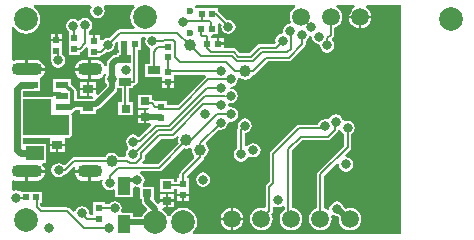
<source format=gbl>
G04 Layer_Physical_Order=4*
G04 Layer_Color=16711680*
%FSLAX44Y44*%
%MOMM*%
G71*
G01*
G75*
%ADD10R,0.6000X0.6000*%
%ADD11R,0.8000X0.7000*%
%ADD20R,0.6000X0.6000*%
%ADD26R,0.9000X0.8000*%
%ADD43C,0.2000*%
%ADD46C,0.3000*%
%ADD49C,2.0000*%
%ADD50C,0.6000*%
%ADD51O,2.5989X1.1000*%
%ADD52O,2.1000X1.1000*%
%ADD53O,2.0989X1.1000*%
%ADD54C,0.8000*%
%ADD56R,1.5500X1.1500*%
%ADD57R,1.1000X0.6000*%
%ADD58R,1.1000X1.5000*%
%ADD59R,1.0000X0.6500*%
%ADD60C,1.5000*%
%ADD61C,1.0000*%
%ADD62C,0.5000*%
%ADD63C,0.6000*%
G36*
X144709Y85853D02*
X144180Y84577D01*
X143940Y82750D01*
X144180Y80923D01*
X144375Y80451D01*
X126733Y62809D01*
X114106D01*
X113455Y64379D01*
X115163Y66087D01*
X115826Y67080D01*
X116059Y68250D01*
X116059Y68250D01*
Y70733D01*
X129517Y84191D01*
X139375D01*
X139375Y84191D01*
X140546Y84424D01*
X141538Y85087D01*
X143267Y86816D01*
X144709Y85853D01*
D02*
G37*
G36*
X243399Y195663D02*
X243385Y195491D01*
X241474Y194025D01*
X239952Y192041D01*
X238995Y189730D01*
X238668Y187250D01*
X238995Y184770D01*
X239635Y183225D01*
X239419Y182680D01*
X238685Y181607D01*
X238574Y181533D01*
X236659Y181152D01*
X234674Y179826D01*
X233348Y177841D01*
X232882Y175500D01*
X232998Y174920D01*
X231800Y173253D01*
X230222Y172939D01*
X228237Y171613D01*
X226911Y169629D01*
X226445Y167287D01*
X226742Y165793D01*
X225258Y164309D01*
X213174D01*
X213174Y164309D01*
X212003Y164076D01*
X211011Y163413D01*
X211011Y163413D01*
X204444Y156846D01*
X196387D01*
X193182Y160051D01*
X192190Y160714D01*
X191019Y160946D01*
X191019Y160946D01*
X182750D01*
Y163742D01*
X177750D01*
Y164742D01*
X176750D01*
Y169742D01*
X172249D01*
X172038Y171442D01*
X173295Y172494D01*
X177755D01*
Y181515D01*
X179455Y182219D01*
X180807Y180868D01*
X180443Y179038D01*
X180909Y176697D01*
X182235Y174712D01*
X184219Y173386D01*
X186560Y172920D01*
X188901Y173386D01*
X190886Y174712D01*
X192212Y176697D01*
X192678Y179038D01*
X192212Y181379D01*
X190886Y183364D01*
X188901Y184690D01*
X186560Y185156D01*
X185401Y184925D01*
X178666Y191660D01*
X178000Y192105D01*
Y194497D01*
X159832D01*
X159136Y194824D01*
X158498Y195612D01*
X158913Y197191D01*
X242800D01*
X243399Y195663D01*
D02*
G37*
G36*
X116581Y169288D02*
X116578Y168991D01*
X116132Y166750D01*
X116598Y164409D01*
X117924Y162424D01*
X119799Y161171D01*
X119915Y161080D01*
X120476Y159252D01*
X120415Y159161D01*
X120182Y157991D01*
X120182Y157991D01*
Y147252D01*
X116241D01*
Y136752D01*
X130241D01*
X130743Y135260D01*
Y133000D01*
X140743D01*
Y138477D01*
X167148D01*
X167663Y136777D01*
X167492Y136663D01*
X143638Y112809D01*
X134753D01*
Y116000D01*
X124753D01*
X123319Y116643D01*
X122670Y117076D01*
X122000Y117209D01*
Y121500D01*
X110000D01*
Y110500D01*
X119509D01*
X119710Y110200D01*
X118801Y108500D01*
X117000D01*
Y103000D01*
Y97500D01*
X120456D01*
X121160Y95800D01*
X111297Y85936D01*
X110374Y86027D01*
X108390Y87353D01*
X106049Y87819D01*
X103708Y87353D01*
X101723Y86027D01*
X100397Y84043D01*
X99931Y81701D01*
X100397Y79360D01*
X101723Y77376D01*
Y76020D01*
X101481Y75858D01*
X100154Y73874D01*
X99689Y71533D01*
X99893Y70509D01*
X98521Y68809D01*
X93651D01*
X92743Y69992D01*
X91280Y71115D01*
X89577Y71820D01*
X87750Y72060D01*
X85923Y71820D01*
X84220Y71115D01*
X82758Y69992D01*
X81849Y68809D01*
X56250D01*
X55079Y68576D01*
X54087Y67913D01*
X54087Y67913D01*
X47917Y61743D01*
X47075Y61826D01*
X45091Y63152D01*
X42750Y63618D01*
X40409Y63152D01*
X38424Y61826D01*
X37098Y59841D01*
X36632Y57500D01*
X37098Y55159D01*
X38424Y53175D01*
X40409Y51849D01*
X42750Y51383D01*
X45091Y51849D01*
X47075Y53175D01*
X47922Y54442D01*
X48000D01*
X48000Y54441D01*
X49171Y54674D01*
X50163Y55338D01*
X55666Y60840D01*
X57107Y59877D01*
X56602Y58657D01*
X56491Y57818D01*
X69390D01*
Y56568D01*
X70640D01*
Y48499D01*
X74384D01*
X76473Y48774D01*
X78419Y49580D01*
X78921Y49965D01*
X79856Y49392D01*
X80308Y48886D01*
X79882Y46750D01*
X80348Y44409D01*
X81674Y42424D01*
X83659Y41098D01*
X86000Y40632D01*
X88341Y41098D01*
X89045Y41568D01*
X90745Y40660D01*
Y34500D01*
X105745D01*
Y42905D01*
X107445Y43791D01*
X109500Y43382D01*
X110298Y43541D01*
X111998Y42146D01*
Y32750D01*
X113410D01*
Y31502D01*
X113759Y29746D01*
X114754Y28258D01*
X117624Y25387D01*
X117417Y23191D01*
X115941Y22058D01*
X114018Y19552D01*
X113412Y18088D01*
X105745D01*
Y21500D01*
X96814D01*
X95970Y23200D01*
X96381Y25264D01*
X95915Y27605D01*
X94589Y29589D01*
X92605Y30916D01*
X90264Y31381D01*
X87922Y30916D01*
X85938Y29589D01*
X85249Y28559D01*
X82000D01*
Y30500D01*
X72000D01*
Y19559D01*
X69997D01*
X68919Y20873D01*
X68931Y20936D01*
X68466Y23277D01*
X67140Y25262D01*
X65155Y26588D01*
X62814Y27054D01*
X60473Y26588D01*
X58488Y25262D01*
X57162Y23277D01*
X57044Y22686D01*
X55200Y22126D01*
X52163Y25163D01*
X51171Y25826D01*
X50000Y26059D01*
X50000Y26059D01*
X29017D01*
X27309Y27767D01*
Y29500D01*
X29000D01*
Y39500D01*
X11437D01*
X9865Y39552D01*
X9341Y39902D01*
X8533Y40063D01*
X8533Y40063D01*
X8279Y40113D01*
X7000Y40367D01*
X5009Y39971D01*
X3309Y40889D01*
Y48302D01*
X5009Y49267D01*
X6198Y48774D01*
X8286Y48499D01*
X14531D01*
Y56568D01*
X15781D01*
Y57818D01*
X31180D01*
X31069Y58657D01*
X30263Y60603D01*
X28981Y62274D01*
X28980Y62275D01*
X29557Y63975D01*
X32495D01*
Y79475D01*
X12995D01*
X12873Y81124D01*
Y85211D01*
X33645D01*
X35248Y84975D01*
X35248Y83511D01*
Y79975D01*
X41747D01*
X48248D01*
X48248Y84975D01*
X49850Y85211D01*
X51750D01*
X52530Y85366D01*
X53192Y85808D01*
X53634Y86470D01*
X53789Y87250D01*
Y104250D01*
X53639Y105037D01*
X54737Y106439D01*
X54983Y106488D01*
X56472Y107483D01*
X56984Y108250D01*
X57600Y108662D01*
X61261D01*
Y105250D01*
X74261D01*
Y108662D01*
X74500D01*
X76255Y109011D01*
X77744Y110005D01*
X91249Y123510D01*
X92243Y124999D01*
X92592Y126754D01*
Y127252D01*
X96182D01*
Y115000D01*
X93500D01*
Y104000D01*
X105500D01*
Y115000D01*
X102299D01*
Y127252D01*
X106241D01*
Y127840D01*
X106252Y129444D01*
X107423Y129677D01*
X108415Y130339D01*
X109163Y131087D01*
X109826Y132079D01*
X110059Y133250D01*
Y159505D01*
X112500D01*
Y169505D01*
X113709Y170691D01*
X115709D01*
X116581Y169288D01*
D02*
G37*
G36*
X332750Y3309D02*
X157325D01*
X156953Y4404D01*
X156860Y5009D01*
X158732Y7448D01*
X159941Y10367D01*
X160354Y13500D01*
X159941Y16633D01*
X158732Y19552D01*
X156809Y22058D01*
X154302Y23982D01*
X151383Y25191D01*
X148250Y25604D01*
X145117Y25191D01*
X142198Y23982D01*
X139691Y22058D01*
X137768Y19552D01*
X137295Y18410D01*
X135455D01*
X134982Y19552D01*
X133059Y22058D01*
X130552Y23982D01*
X130477Y24013D01*
X130343Y24550D01*
X131669Y26250D01*
X133498D01*
Y30750D01*
X128498D01*
Y29895D01*
X126798Y29191D01*
X124677Y31312D01*
X123998Y32750D01*
X123998D01*
X123998Y32750D01*
Y43750D01*
X114754D01*
X114321Y44413D01*
X114010Y45450D01*
X115152Y47159D01*
X115618Y49500D01*
X115152Y51841D01*
X113826Y53826D01*
X112081Y54991D01*
X112123Y55981D01*
X112364Y56691D01*
X128000D01*
X128000Y56691D01*
X129171Y56924D01*
X130163Y57587D01*
X148701Y76125D01*
X149173Y75930D01*
X151000Y75690D01*
X152827Y75930D01*
X154174Y76488D01*
X155221Y75951D01*
X155749Y75428D01*
X155646Y74643D01*
X155886Y72815D01*
X156592Y71112D01*
X157713Y69650D01*
X157819Y68044D01*
X146087Y56312D01*
X145424Y55320D01*
X145191Y54149D01*
X145191Y54149D01*
Y50750D01*
X143250D01*
Y47809D01*
X140498D01*
Y50250D01*
X128498D01*
Y39250D01*
X140498D01*
Y41691D01*
X143250D01*
Y37750D01*
X153250D01*
Y40750D01*
Y50750D01*
X151309D01*
Y52882D01*
X164869Y66442D01*
X164869Y66442D01*
X165532Y67435D01*
X165706Y68309D01*
X166236Y68528D01*
X167698Y69650D01*
X168820Y71112D01*
X169526Y72815D01*
X169766Y74643D01*
X169526Y76470D01*
X168820Y78173D01*
X167698Y79635D01*
X167593Y81241D01*
X178357Y92005D01*
X180060Y91666D01*
X182401Y92132D01*
X184386Y93458D01*
X185712Y95443D01*
X186140Y97597D01*
X186181Y97787D01*
X187691Y98890D01*
X188810Y98667D01*
X191152Y99132D01*
X193136Y100459D01*
X194462Y102443D01*
X194928Y104784D01*
X194462Y107126D01*
X193136Y109110D01*
X191152Y110436D01*
X188810Y110902D01*
X187805Y110702D01*
X186467Y111872D01*
X186511Y113404D01*
X187790Y114524D01*
X188500Y114382D01*
X190841Y114848D01*
X192826Y116174D01*
X194152Y118159D01*
X194618Y120500D01*
X194152Y122841D01*
X192826Y124826D01*
X190841Y126152D01*
X188500Y126618D01*
X187883Y127467D01*
X188642Y128383D01*
X190984Y128848D01*
X192968Y130174D01*
X194294Y132159D01*
X194760Y134500D01*
X194601Y135298D01*
X195600Y135979D01*
X196168Y136134D01*
X197470Y135136D01*
X199173Y134430D01*
X201000Y134190D01*
X202827Y134430D01*
X204530Y135136D01*
X205993Y136258D01*
X207115Y137720D01*
X207331Y138242D01*
X208247Y138424D01*
X209240Y139087D01*
X219844Y149691D01*
X237750D01*
X237750Y149691D01*
X238920Y149924D01*
X239913Y150587D01*
X251163Y161837D01*
X251826Y162829D01*
X252059Y164000D01*
X252059Y164000D01*
Y167185D01*
X253326Y168032D01*
X254652Y170017D01*
X254903Y171278D01*
X255566Y171446D01*
X256048Y171188D01*
X257215Y170190D01*
X257598Y168267D01*
X258924Y166282D01*
X260909Y164956D01*
X262669Y164606D01*
X263843Y163518D01*
X264193Y162945D01*
X264598Y160909D01*
X265924Y158924D01*
X267909Y157598D01*
X270250Y157133D01*
X272591Y157598D01*
X274576Y158924D01*
X275902Y160909D01*
X276367Y163250D01*
X275902Y165591D01*
X274576Y167576D01*
X274410Y169258D01*
X275413Y170261D01*
X276076Y171254D01*
X276309Y172424D01*
X276309Y172424D01*
Y178234D01*
X278041Y178952D01*
X280025Y180474D01*
X281548Y182459D01*
X282505Y184770D01*
X282832Y187250D01*
X282505Y189730D01*
X281548Y192041D01*
X280025Y194025D01*
X278115Y195491D01*
X278101Y195663D01*
X278700Y197191D01*
X292799D01*
X293399Y195663D01*
X293385Y195491D01*
X291474Y194025D01*
X289952Y192041D01*
X288995Y189730D01*
X288800Y188250D01*
X307700D01*
X307505Y189730D01*
X306548Y192041D01*
X305025Y194025D01*
X303115Y195491D01*
X303101Y195663D01*
X303700Y197191D01*
X332750D01*
Y3309D01*
D02*
G37*
G36*
X107015Y196096D02*
X107108Y195491D01*
X105236Y193052D01*
X104027Y190133D01*
X103615Y187000D01*
X104027Y183867D01*
X105236Y180948D01*
X107108Y178509D01*
X107015Y177904D01*
X106643Y176809D01*
X94495D01*
X93324Y176576D01*
X92332Y175913D01*
X85992Y169573D01*
X84497Y169870D01*
X82156Y169405D01*
X80172Y168078D01*
X79700Y167372D01*
X78000Y167888D01*
Y172000D01*
X74000D01*
Y167000D01*
X72000D01*
Y172000D01*
X68312D01*
Y175336D01*
X69579Y176183D01*
X70905Y178168D01*
X71371Y180509D01*
X70905Y182850D01*
X69579Y184835D01*
X67594Y186161D01*
X65253Y186626D01*
X62912Y186161D01*
X61056Y184920D01*
X59576Y184076D01*
X57591Y185402D01*
X55250Y185868D01*
X52909Y185402D01*
X50924Y184076D01*
X49598Y182091D01*
X49132Y179750D01*
X49598Y177409D01*
X50580Y175939D01*
X51216Y174503D01*
Y164503D01*
Y155502D01*
X61216D01*
Y157536D01*
X61923Y157676D01*
X62915Y158339D01*
X66300Y161724D01*
X68000Y161020D01*
Y153000D01*
X78000D01*
Y153550D01*
X78745Y154941D01*
X79915Y155174D01*
X80908Y155837D01*
X83003Y157932D01*
X84497Y157635D01*
X86839Y158101D01*
X88823Y159427D01*
X90149Y161411D01*
X90615Y163753D01*
X90318Y165247D01*
X91930Y166859D01*
X93500Y166208D01*
Y159505D01*
X93912D01*
Y156752D01*
X92241D01*
Y155341D01*
X91502D01*
X89747Y154991D01*
X88258Y153997D01*
X85006Y150744D01*
X84011Y149256D01*
X83662Y147500D01*
Y145916D01*
X81962Y145577D01*
X81376Y146993D01*
X80093Y148664D01*
X78422Y149946D01*
X76476Y150753D01*
X74387Y151028D01*
X70637D01*
Y142958D01*
Y134889D01*
X74387D01*
X76476Y135164D01*
X78422Y135971D01*
X80093Y137253D01*
X81376Y138924D01*
X81410Y139006D01*
X83201Y138888D01*
X83348Y138338D01*
X82352Y136848D01*
X81887Y134507D01*
X82352Y132165D01*
X83416Y130574D01*
Y128655D01*
X75961Y121199D01*
X74261Y121903D01*
Y125250D01*
X68761D01*
Y120250D01*
X71487D01*
X72337Y118550D01*
X71802Y117838D01*
X58076D01*
Y124470D01*
X57804Y125836D01*
X57031Y126993D01*
X55273Y128751D01*
X54116Y129524D01*
X53668Y129613D01*
X53507Y129774D01*
Y134727D01*
X38507D01*
Y124727D01*
Y120442D01*
X37353Y119615D01*
X36807Y119428D01*
X36250Y119539D01*
X12873D01*
Y124376D01*
X13126Y124629D01*
X20007D01*
X20500Y124727D01*
X27507D01*
Y134727D01*
X27507Y134727D01*
X27766Y136320D01*
X28981Y137253D01*
X30263Y138924D01*
X31069Y140870D01*
X31180Y141709D01*
X15781D01*
Y142958D01*
X14531D01*
Y151028D01*
X8286D01*
X6198Y150753D01*
X5009Y150260D01*
X3309Y151224D01*
Y178436D01*
X3718Y178650D01*
X5009Y178884D01*
X6691Y176691D01*
X9198Y174768D01*
X12117Y173559D01*
X15250Y173146D01*
X18383Y173559D01*
X21302Y174768D01*
X23809Y176691D01*
X25732Y179198D01*
X26941Y182117D01*
X27353Y185250D01*
X26941Y188383D01*
X25732Y191302D01*
X23809Y193808D01*
X21616Y195491D01*
X21849Y196781D01*
X22064Y197191D01*
X69820D01*
X70729Y195491D01*
X70153Y194630D01*
X69687Y192289D01*
X70153Y189947D01*
X71479Y187963D01*
X73464Y186637D01*
X75805Y186171D01*
X78146Y186637D01*
X80131Y187963D01*
X81457Y189947D01*
X81923Y192289D01*
X81457Y194630D01*
X80881Y195491D01*
X81790Y197191D01*
X106643D01*
X107015Y196096D01*
D02*
G37*
G36*
X36250Y104250D02*
X51750D01*
Y87250D01*
X12873D01*
Y117500D01*
X36250D01*
Y104250D01*
D02*
G37*
%LPC*%
G36*
X182750Y169742D02*
X178750D01*
Y165742D01*
X182750D01*
Y169742D01*
D02*
G37*
G36*
X68140Y55318D02*
X56491D01*
X56602Y54480D01*
X57408Y52533D01*
X58690Y50862D01*
X60361Y49580D01*
X62307Y48774D01*
X64396Y48499D01*
X68140D01*
Y55318D01*
D02*
G37*
G36*
X31180Y55318D02*
X17031D01*
Y48499D01*
X23275D01*
X25364Y48774D01*
X27310Y49580D01*
X28981Y50862D01*
X30263Y52533D01*
X31069Y54480D01*
X31180Y55318D01*
D02*
G37*
G36*
X48248Y77975D02*
X42748D01*
Y72975D01*
X48248D01*
Y77975D01*
D02*
G37*
G36*
X40747D02*
X35248D01*
Y72975D01*
X40747D01*
Y77975D01*
D02*
G37*
G36*
X115000Y108500D02*
X110000D01*
Y104000D01*
X115000D01*
Y108500D01*
D02*
G37*
G36*
Y102000D02*
X110000D01*
Y97500D01*
X115000D01*
Y102000D01*
D02*
G37*
G36*
X134743Y131000D02*
X130743D01*
Y127000D01*
X134743D01*
Y131000D01*
D02*
G37*
G36*
X140743D02*
X136743D01*
Y127000D01*
X140743D01*
Y131000D01*
D02*
G37*
G36*
X165258Y55620D02*
X162917Y55154D01*
X160932Y53828D01*
X159606Y51844D01*
X159141Y49502D01*
X159606Y47161D01*
X160932Y45177D01*
X162917Y43850D01*
X165258Y43385D01*
X167599Y43850D01*
X169584Y45177D01*
X170910Y47161D01*
X171376Y49502D01*
X170910Y51844D01*
X169584Y53828D01*
X167599Y55154D01*
X165258Y55620D01*
D02*
G37*
G36*
X200500Y101368D02*
X198159Y100902D01*
X196174Y99576D01*
X194848Y97591D01*
X194382Y95250D01*
X194711Y93600D01*
X194424Y93170D01*
X194191Y92000D01*
X194191Y92000D01*
Y76172D01*
X192924Y75326D01*
X191598Y73341D01*
X191133Y71000D01*
X191598Y68659D01*
X192924Y66674D01*
X194909Y65348D01*
X197250Y64882D01*
X199591Y65348D01*
X201576Y66674D01*
X202902Y68659D01*
X204759Y69282D01*
X205409Y68848D01*
X207750Y68383D01*
X210091Y68848D01*
X212076Y70174D01*
X213402Y72159D01*
X213867Y74500D01*
X213402Y76841D01*
X212076Y78826D01*
X210091Y80152D01*
X207750Y80618D01*
X205409Y80152D01*
X203424Y78826D01*
X202098Y76841D01*
X202009Y76808D01*
X200309Y77862D01*
Y88975D01*
X200500Y89132D01*
X202841Y89598D01*
X204826Y90924D01*
X206152Y92909D01*
X206618Y95250D01*
X206152Y97591D01*
X204826Y99576D01*
X202841Y100902D01*
X200500Y101368D01*
D02*
G37*
G36*
X188500Y25700D02*
X187020Y25505D01*
X184709Y24548D01*
X182725Y23026D01*
X181202Y21041D01*
X180245Y18730D01*
X180050Y17250D01*
X188500D01*
Y25700D01*
D02*
G37*
G36*
X190500D02*
Y17250D01*
X198951D01*
X198756Y18730D01*
X197798Y21041D01*
X196276Y23026D01*
X194291Y24548D01*
X191980Y25505D01*
X190500Y25700D01*
D02*
G37*
G36*
X198951Y15250D02*
X190500D01*
Y6800D01*
X191980Y6995D01*
X194291Y7952D01*
X196276Y9475D01*
X197798Y11459D01*
X198756Y13770D01*
X198951Y15250D01*
D02*
G37*
G36*
X188500D02*
X180050D01*
X180245Y13770D01*
X181202Y11459D01*
X182725Y9475D01*
X184709Y7952D01*
X187020Y6995D01*
X188500Y6800D01*
Y15250D01*
D02*
G37*
G36*
X140498Y30750D02*
X135498D01*
Y26250D01*
X140498D01*
Y30750D01*
D02*
G37*
G36*
X133498Y37250D02*
X128498D01*
Y32750D01*
X133498D01*
Y37250D01*
D02*
G37*
G36*
X140498D02*
X135498D01*
Y32750D01*
X140498D01*
Y37250D01*
D02*
G37*
G36*
X147250Y35750D02*
X143250D01*
Y31750D01*
X147250D01*
Y35750D01*
D02*
G37*
G36*
X153250D02*
X149250D01*
Y31750D01*
X153250D01*
Y35750D01*
D02*
G37*
G36*
X297250Y186250D02*
X288800D01*
X288995Y184770D01*
X289952Y182459D01*
X291474Y180474D01*
X293459Y178952D01*
X295770Y177994D01*
X297250Y177800D01*
Y186250D01*
D02*
G37*
G36*
X307700D02*
X299250D01*
Y177800D01*
X300730Y177994D01*
X303041Y178952D01*
X305025Y180474D01*
X306548Y182459D01*
X307505Y184770D01*
X307700Y186250D01*
D02*
G37*
G36*
X277533Y104868D02*
X275191Y104402D01*
X273207Y103076D01*
X271881Y101091D01*
X270034Y100519D01*
X268283Y100868D01*
X265942Y100402D01*
X263957Y99076D01*
X262631Y97091D01*
X262432Y96093D01*
X246220D01*
X245049Y95860D01*
X244057Y95197D01*
X244057Y95197D01*
X222587Y73727D01*
X221924Y72735D01*
X221691Y71564D01*
X221691Y71564D01*
Y48204D01*
X219113Y45625D01*
X218450Y44633D01*
X218217Y43462D01*
X218217Y43462D01*
Y26605D01*
X216517Y25566D01*
X214500Y25832D01*
X212020Y25505D01*
X209709Y24548D01*
X207725Y23026D01*
X206202Y21041D01*
X205245Y18730D01*
X204918Y16250D01*
X205245Y13770D01*
X206202Y11459D01*
X207725Y9475D01*
X209709Y7952D01*
X212020Y6995D01*
X214500Y6668D01*
X216980Y6995D01*
X219291Y7952D01*
X221276Y9475D01*
X222798Y11459D01*
X223756Y13770D01*
X224082Y16250D01*
X223756Y18730D01*
X223038Y20462D01*
X223438Y20863D01*
X223438Y20863D01*
X224102Y21855D01*
X224334Y23026D01*
Y26293D01*
X226034Y27202D01*
X226659Y26785D01*
X229000Y26319D01*
X231341Y26785D01*
X232491Y27553D01*
X234191Y26645D01*
Y24151D01*
X232725Y23026D01*
X231202Y21041D01*
X230245Y18730D01*
X229918Y16250D01*
X230245Y13770D01*
X231202Y11459D01*
X232725Y9475D01*
X234709Y7952D01*
X237020Y6995D01*
X239500Y6668D01*
X241980Y6995D01*
X244291Y7952D01*
X246276Y9475D01*
X247798Y11459D01*
X248755Y13770D01*
X249082Y16250D01*
X248755Y18730D01*
X247798Y21041D01*
X246276Y23026D01*
X244291Y24548D01*
X241980Y25505D01*
X240309Y25726D01*
Y74047D01*
X249237Y82975D01*
X270714D01*
X270714Y82975D01*
X271884Y83208D01*
X272877Y83871D01*
X278593Y89587D01*
X279256Y90580D01*
X279425Y91428D01*
X279995Y91873D01*
X280716Y91760D01*
X281910Y90962D01*
X281913Y90943D01*
X283239Y88958D01*
X284506Y88111D01*
Y78332D01*
X262337Y56163D01*
X261674Y55171D01*
X261441Y54000D01*
X261441Y54000D01*
Y25266D01*
X259709Y24548D01*
X257725Y23026D01*
X256202Y21041D01*
X255245Y18730D01*
X254918Y16250D01*
X255245Y13770D01*
X256202Y11459D01*
X257725Y9475D01*
X259709Y7952D01*
X262020Y6995D01*
X264500Y6668D01*
X266980Y6995D01*
X269291Y7952D01*
X271276Y9475D01*
X272798Y11459D01*
X273755Y13770D01*
X274082Y16250D01*
X273755Y18730D01*
X273748Y18747D01*
X275122Y19874D01*
X275909Y19348D01*
X278250Y18882D01*
X278983Y19028D01*
X280133Y17879D01*
X279918Y16250D01*
X280245Y13770D01*
X281202Y11459D01*
X282725Y9475D01*
X284709Y7952D01*
X287020Y6995D01*
X289500Y6668D01*
X291980Y6995D01*
X294291Y7952D01*
X296276Y9475D01*
X297798Y11459D01*
X298755Y13770D01*
X299082Y16250D01*
X298755Y18730D01*
X297798Y21041D01*
X296276Y23026D01*
X294291Y24548D01*
X291980Y25505D01*
X289500Y25832D01*
X287020Y25505D01*
X285933Y25055D01*
X283965Y27024D01*
X283902Y27341D01*
X282576Y29326D01*
X280591Y30652D01*
X278250Y31117D01*
X275909Y30652D01*
X273924Y29326D01*
X272598Y27341D01*
X272132Y25000D01*
X272247Y24423D01*
X270705Y23463D01*
X269291Y24548D01*
X267559Y25266D01*
Y52733D01*
X278665Y63840D01*
X280232Y63002D01*
X280132Y62500D01*
X280598Y60159D01*
X281924Y58174D01*
X283909Y56848D01*
X286250Y56382D01*
X288591Y56848D01*
X290576Y58174D01*
X291902Y60159D01*
X292367Y62500D01*
X291902Y64841D01*
X290576Y66826D01*
X288591Y68152D01*
X286250Y68618D01*
X285748Y68518D01*
X284910Y70085D01*
X289728Y74902D01*
X289728Y74902D01*
X290391Y75895D01*
X290624Y77065D01*
X290624Y77065D01*
Y88111D01*
X291891Y88958D01*
X293217Y90943D01*
X293683Y93284D01*
X293217Y95625D01*
X291891Y97610D01*
X289906Y98936D01*
X287565Y99401D01*
X285224Y98936D01*
X283443Y99790D01*
X283185Y101091D01*
X281858Y103076D01*
X279874Y104402D01*
X277533Y104868D01*
D02*
G37*
G36*
X46000Y166750D02*
X41000D01*
X36000D01*
Y162750D01*
Y153750D01*
X36000D01*
X36691Y152050D01*
X36383Y150500D01*
X36848Y148159D01*
X38174Y146174D01*
X40159Y144848D01*
X42500Y144382D01*
X44841Y144848D01*
X46826Y146174D01*
X48152Y148159D01*
X48618Y150500D01*
X48152Y152841D01*
X46826Y154826D01*
X46000Y155377D01*
Y162750D01*
Y166750D01*
D02*
G37*
G36*
X68137Y151028D02*
X64387D01*
X62299Y150753D01*
X60353Y149946D01*
X58682Y148664D01*
X57400Y146993D01*
X56593Y145047D01*
X56483Y144208D01*
X68137D01*
Y151028D01*
D02*
G37*
G36*
X23275D02*
X17031D01*
Y144208D01*
X31180D01*
X31069Y145047D01*
X30263Y146993D01*
X28981Y148664D01*
X27310Y149946D01*
X25364Y150753D01*
X23275Y151028D01*
D02*
G37*
G36*
X40000Y172750D02*
X36000D01*
Y168750D01*
X40000D01*
Y172750D01*
D02*
G37*
G36*
X46000D02*
X42000D01*
Y168750D01*
X46000D01*
Y172750D01*
D02*
G37*
G36*
X68137Y141708D02*
X56483D01*
X56593Y140870D01*
X57400Y138924D01*
X58682Y137253D01*
X60353Y135971D01*
X62299Y135164D01*
X64387Y134889D01*
X68137D01*
Y141708D01*
D02*
G37*
G36*
X66761Y125250D02*
X61261D01*
Y120250D01*
X66761D01*
Y125250D01*
D02*
G37*
G36*
Y132250D02*
X61261D01*
Y127250D01*
X66761D01*
Y132250D01*
D02*
G37*
G36*
X74261D02*
X68761D01*
Y127250D01*
X74261D01*
Y132250D01*
D02*
G37*
%LPD*%
D10*
X41000Y167750D02*
D03*
Y158750D02*
D03*
X56216Y169503D02*
D03*
Y160502D02*
D03*
X77000Y16500D02*
D03*
Y25500D02*
D03*
X129753Y111000D02*
D03*
Y102000D02*
D03*
X135743Y153002D02*
D03*
Y162003D02*
D03*
Y132000D02*
D03*
Y141000D02*
D03*
X73000Y167000D02*
D03*
Y158000D02*
D03*
X148250Y36750D02*
D03*
Y45750D02*
D03*
D11*
X116000Y116000D02*
D03*
Y103000D02*
D03*
X99500Y109500D02*
D03*
X134498Y44750D02*
D03*
Y31750D02*
D03*
X117998Y38250D02*
D03*
D20*
X107500Y164505D02*
D03*
X98500D02*
D03*
X24000Y34500D02*
D03*
X15000D02*
D03*
X177750Y164742D02*
D03*
X168750D02*
D03*
X164000Y189497D02*
D03*
X173000D02*
D03*
X163755Y177494D02*
D03*
X172755D02*
D03*
D26*
X67761Y126250D02*
D03*
Y111250D02*
D03*
X41748Y78975D02*
D03*
Y93975D02*
D03*
D43*
X162706Y80680D02*
X179935Y97909D01*
X135743Y142795D02*
X137001Y141536D01*
X135743Y142795D02*
Y154797D01*
X56250Y65750D02*
X101101D01*
X113000Y68250D02*
Y72000D01*
X108500Y63750D02*
X113000Y68250D01*
X103101Y63750D02*
X108500D01*
X48000Y57500D02*
X56250Y65750D01*
X42750Y57500D02*
X48000D01*
X101101Y65750D02*
X103101Y63750D01*
X86000Y46750D02*
Y52643D01*
X93107Y59750D02*
X128000D01*
X86000Y52643D02*
X93107Y59750D01*
X154675Y82750D02*
X176709Y104784D01*
X151000Y82750D02*
X154675D01*
X55250Y179750D02*
X56216Y178784D01*
Y169503D02*
Y178784D01*
X60752Y160502D02*
X65253Y165003D01*
Y180509D01*
X56216Y160502D02*
X60752D01*
X41000Y158750D02*
X42500Y157250D01*
Y150500D02*
Y157250D01*
X40250Y158000D02*
X41000Y158750D01*
X78745Y158000D02*
X84497Y163753D01*
X73000Y158000D02*
X78745D01*
X84497Y163753D02*
X94495Y173750D01*
X143407D01*
X84250Y164000D02*
X84497Y163753D01*
X143407Y173750D02*
X153758Y163399D01*
X133696Y161750D02*
X135743Y163797D01*
X127149Y161750D02*
X133696D01*
X125149Y159750D02*
X127149Y161750D01*
X125000Y159750D02*
X125149D01*
X123241Y157991D02*
X125000Y159750D01*
X163269Y153888D02*
X189362D01*
X141243Y153007D02*
Y166038D01*
X132002Y167797D02*
X139484D01*
X141243Y166038D01*
X130955Y166750D02*
X132002Y167797D01*
X122250Y166750D02*
X130955D01*
X141243Y153007D02*
X145250Y149000D01*
X239563Y160563D02*
Y174937D01*
X236250Y157250D02*
X239563Y160563D01*
X214830Y157250D02*
X236250D01*
X249000Y164000D02*
Y172358D01*
X237750Y152750D02*
X249000Y164000D01*
X218577Y152750D02*
X237750D01*
X201000Y141250D02*
X207077D01*
X145250Y149000D02*
X184750D01*
X192500Y141250D01*
X153758Y163399D02*
X163269Y153888D01*
X189362D02*
X193463Y149787D01*
X207367D02*
X214830Y157250D01*
X193463Y149787D02*
X207367D01*
X239000Y175500D02*
X239563Y174937D01*
X192500Y141250D02*
X201000D01*
X207077D02*
X218577Y152750D01*
X169655Y134500D02*
X184142D01*
X166719Y120250D02*
X184000D01*
X179845Y113250D02*
X180060Y113035D01*
X137001Y141536D02*
X176810D01*
X171863Y157888D02*
X191019D01*
X168750Y161000D02*
X171863Y157888D01*
X191019D02*
X195120Y153787D01*
X144905Y109750D02*
X169655Y134500D01*
X226525Y161250D02*
X232563Y167287D01*
X270250Y169424D02*
X273250Y172424D01*
X270250Y163250D02*
Y169424D01*
X256250Y178500D02*
X256500Y178750D01*
X248250Y186500D02*
X256250Y178500D01*
X256500Y178750D02*
X256750D01*
X273250Y172424D02*
Y187250D01*
X197250Y92000D02*
X200500Y95250D01*
X107000Y164006D02*
X107500Y164505D01*
X107000Y133250D02*
Y164006D01*
X99241Y109759D02*
Y132502D01*
X50000Y23000D02*
X64500Y8500D01*
X27750Y23000D02*
X50000D01*
X64500Y8500D02*
X85750D01*
X90027Y25500D02*
X90264Y25264D01*
X77000Y25500D02*
X90027D01*
X67250Y16500D02*
X77000D01*
X62814Y20936D02*
X67250Y16500D01*
X117000Y37252D02*
X117998Y38250D01*
X98245Y12000D02*
X99745Y13500D01*
X116000Y116000D02*
X117750Y114250D01*
X121500D01*
X124750Y111000D01*
X129753D01*
X111686Y82000D02*
X124936Y95250D01*
X106347Y82000D02*
X111686D01*
X106049Y81701D02*
X106347Y82000D01*
X105806Y71533D02*
X106783D01*
X113343Y78000D02*
X126593Y91250D01*
X106783Y71533D02*
X113250Y78000D01*
X113343D01*
X113000Y72000D02*
X128250Y87250D01*
X163755Y171745D02*
X164250Y171250D01*
X163755Y171745D02*
Y177494D01*
X168750Y171250D02*
X168750Y171250D01*
X164250Y171250D02*
X168750D01*
X148500Y183250D02*
X148744Y183494D01*
X172250Y177999D02*
X172755Y177494D01*
X172250Y177999D02*
Y182500D01*
X171256Y183494D02*
X172250Y182500D01*
X164000Y183995D02*
Y189497D01*
X163500Y183494D02*
X164000Y183995D01*
X148744Y183494D02*
X163500D01*
X171256D01*
X24000Y34500D02*
X24250Y34250D01*
Y26500D02*
Y34250D01*
Y26500D02*
X27750Y23000D01*
X14750Y34250D02*
X15000Y34500D01*
X7000Y34250D02*
X14750D01*
X99241Y132502D02*
X106252D01*
X99241Y109759D02*
X99500Y109500D01*
X123241Y142002D02*
Y157991D01*
X197250Y71000D02*
Y92000D01*
X176503Y189497D02*
X186000Y180000D01*
X173000Y189497D02*
X176503D01*
X134498Y44750D02*
X147250D01*
X148250Y45750D01*
X168750Y161000D02*
Y164742D01*
Y171250D01*
X148250Y45750D02*
Y54149D01*
X162706Y68605D01*
X128000Y59750D02*
X151000Y82750D01*
X264500Y16250D02*
X266000Y17750D01*
X267814Y93034D02*
X268314Y93534D01*
X246220Y93034D02*
X267814D01*
X264500Y54000D02*
X287565Y77065D01*
X264500Y16250D02*
Y54000D01*
X287565Y77065D02*
Y93284D01*
X237250Y18500D02*
X239500Y16250D01*
X237250Y18500D02*
Y75314D01*
X247970Y86034D01*
X195120Y153787D02*
X205711D01*
X213174Y161250D01*
X106252Y132502D02*
X107000Y133250D01*
X247970Y86034D02*
X270714D01*
X276430Y91750D01*
Y97648D01*
X277533Y98750D01*
X162706Y68605D02*
Y74643D01*
Y80680D01*
X176709Y104784D02*
X184310D01*
X168312Y127500D02*
X176750D01*
X128250Y87250D02*
X139375D01*
X124936Y95250D02*
X136062D01*
X126593Y91250D02*
X137719D01*
X165375Y113250D02*
X179845D01*
X139375Y87250D02*
X165375Y113250D01*
X137719Y91250D02*
X166719Y120250D01*
X136062Y95250D02*
X168312Y127500D01*
X129753Y111000D02*
X131003Y109750D01*
X144905D01*
X288250Y16250D02*
X289500D01*
X278250Y25000D02*
X279500D01*
X224750Y71564D02*
X246220Y93034D01*
X224750Y46937D02*
Y71564D01*
X221276Y43462D02*
X224750Y46937D01*
X221276Y23026D02*
Y43462D01*
X214500Y16250D02*
X221276Y23026D01*
X213174Y161250D02*
X226525D01*
X248250Y186500D02*
Y186750D01*
X44007Y122227D02*
X46007Y120227D01*
X36000Y122500D02*
X36273Y122227D01*
X90264Y22764D02*
Y25264D01*
D46*
X99500Y49500D02*
X109500D01*
X98245Y48245D02*
X99500Y49500D01*
X98245Y44000D02*
Y48245D01*
X36273Y121727D02*
X44007D01*
X46007Y129727D02*
X48507D01*
X52007Y126227D01*
X52750D01*
X54507Y124470D01*
Y112007D02*
Y124470D01*
X53227Y110727D02*
X54507Y112007D01*
D49*
X375250Y185250D02*
D03*
X15250Y15250D02*
D03*
X15250Y185250D02*
D03*
X148250Y13500D02*
D03*
X124500D02*
D03*
X115718Y187000D02*
D03*
X91968D02*
D03*
D50*
X154500Y174000D02*
D03*
Y192000D02*
D03*
D51*
X15781Y56568D02*
D03*
Y142958D02*
D03*
D52*
X69387D02*
D03*
D53*
X69390Y56568D02*
D03*
D54*
X286250Y62500D02*
D03*
X55250Y179750D02*
D03*
X65253Y180509D02*
D03*
X42500Y150500D02*
D03*
X84497Y163753D02*
D03*
X122250Y166750D02*
D03*
X180060Y141536D02*
D03*
Y127500D02*
D03*
Y113035D02*
D03*
X188642Y134500D02*
D03*
X188500Y120500D02*
D03*
X188810Y104784D02*
D03*
X249000Y172358D02*
D03*
X221476Y133750D02*
D03*
X233476Y145750D02*
D03*
X239000Y175500D02*
D03*
X232563Y167287D02*
D03*
X263250Y170608D02*
D03*
X256750Y178750D02*
D03*
X200500Y95250D02*
D03*
X85750Y8500D02*
D03*
X221476Y109750D02*
D03*
Y145750D02*
D03*
X245476Y109750D02*
D03*
X257476D02*
D03*
Y145750D02*
D03*
X245476D02*
D03*
X233476Y109750D02*
D03*
X245476Y133750D02*
D03*
X257476D02*
D03*
X233476D02*
D03*
X221476Y121750D02*
D03*
X245476D02*
D03*
X257476D02*
D03*
X233476D02*
D03*
X106049Y81701D02*
D03*
X105806Y71533D02*
D03*
X326750Y58750D02*
D03*
Y74749D02*
D03*
X311250Y101000D02*
D03*
X100000Y142250D02*
D03*
X129750Y78000D02*
D03*
X146250Y121250D02*
D03*
X115250Y132500D02*
D03*
X83500Y76250D02*
D03*
X85250Y95250D02*
D03*
Y104500D02*
D03*
X126750Y124500D02*
D03*
X186000Y191750D02*
D03*
X326750Y106748D02*
D03*
Y90749D02*
D03*
Y42751D02*
D03*
Y26748D02*
D03*
Y10749D02*
D03*
X327250Y163250D02*
D03*
X287000Y192500D02*
D03*
X168000Y7500D02*
D03*
X198827Y29058D02*
D03*
X86000Y46750D02*
D03*
X42750Y57500D02*
D03*
X148500Y183250D02*
D03*
X7000Y34250D02*
D03*
X62814Y20936D02*
D03*
X90264Y25264D02*
D03*
X197250Y71000D02*
D03*
X229000Y32437D02*
D03*
X186560Y179038D02*
D03*
X75805Y192289D02*
D03*
X32250Y104250D02*
D03*
X109500Y49500D02*
D03*
X34500Y8750D02*
D03*
X278250Y25000D02*
D03*
X207750Y74500D02*
D03*
X287565Y93284D02*
D03*
X143500Y63750D02*
D03*
X268283Y94750D02*
D03*
X202811Y160787D02*
D03*
X277533Y98750D02*
D03*
X201000Y7500D02*
D03*
X180060Y97784D02*
D03*
X166809Y104784D02*
D03*
X217750Y52500D02*
D03*
X49250Y69000D02*
D03*
X253250Y30250D02*
D03*
X160750Y24750D02*
D03*
X179500Y79500D02*
D03*
X107500Y27000D02*
D03*
X254750Y47750D02*
D03*
X270250Y163250D02*
D03*
X32500Y129750D02*
D03*
X88004Y134507D02*
D03*
X165258Y49502D02*
D03*
D56*
X22745Y93225D02*
D03*
Y71725D02*
D03*
D57*
X46007Y129727D02*
D03*
Y120227D02*
D03*
Y110727D02*
D03*
X20007D02*
D03*
Y129727D02*
D03*
D58*
X98245Y12000D02*
D03*
Y44000D02*
D03*
D59*
X123241Y142002D02*
D03*
X99241Y151502D02*
D03*
Y132502D02*
D03*
D60*
X248250Y187250D02*
D03*
X273250D02*
D03*
X298250D02*
D03*
X189500Y16250D02*
D03*
X214500D02*
D03*
X289500D02*
D03*
X264500D02*
D03*
X239500D02*
D03*
D61*
X151000Y82750D02*
D03*
X87750Y65000D02*
D03*
X162706Y74643D02*
D03*
X153758Y163399D02*
D03*
X201000Y141250D02*
D03*
D62*
X98500Y150762D02*
Y164505D01*
X55750Y113250D02*
X74500D01*
X98491Y150752D02*
X98500Y150762D01*
X91502Y150752D02*
X98491D01*
X88250Y147500D02*
X91502Y150752D01*
X88250Y134752D02*
Y147500D01*
X88004Y134507D02*
X88250Y134752D01*
X74500Y113250D02*
X88004Y126754D01*
Y134507D01*
X124500Y13500D02*
Y25000D01*
X117998Y31502D02*
X124500Y25000D01*
X117998Y31502D02*
Y38250D01*
X99745Y13500D02*
X124500D01*
X116000Y103000D02*
X123250D01*
X124000Y102250D01*
X129503D01*
X129753Y102000D01*
X46007Y110727D02*
X53227D01*
X279500Y25000D02*
X288250Y16250D01*
X54507Y112007D02*
X55750Y113250D01*
D63*
X11015Y129727D02*
X20007D01*
X11050Y71725D02*
X22745D01*
X7775Y75000D02*
Y126488D01*
X11015Y129727D01*
X7775Y75000D02*
X11050Y71725D01*
M02*

</source>
